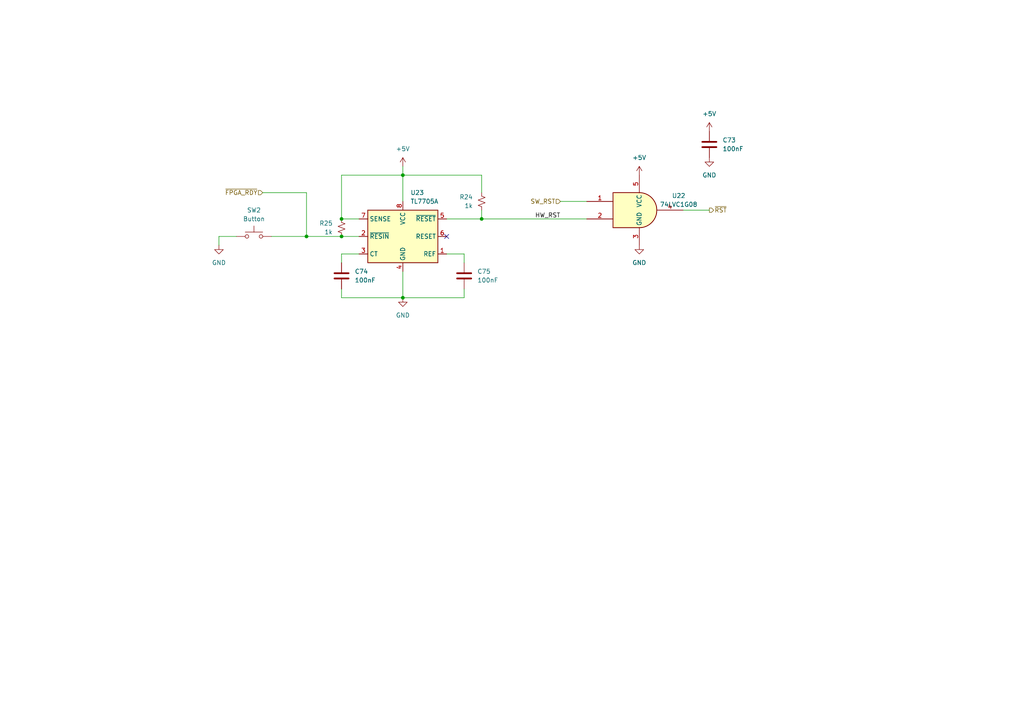
<source format=kicad_sch>
(kicad_sch (version 20230121) (generator eeschema)
  (paper "A4")
  (lib_symbols
    (symbol "74xGxx:74LVC1G08"
      (property "Reference" "U" (at -5.08 7.62 0))
      (property "Value" "74LVC1G08" (at 7.62 -7.62 0))
      (symbol "74LVC1G08_0_1"
        (arc (start 0 -5.08) (mid 5.0579 0) (end 0 5.08) (stroke (width 0.254)) (fill (type background)))
        (polyline (pts (xy 0 -5.08) (xy -7.62 -5.08) (xy -7.62 5.08) (xy 0 5.08)) (stroke (width 0.254)) (fill (type background)))
      )
      (symbol "74LVC1G08_1_1"
        (pin input line (at -15.24 2.54 0) (length 7.62) (name "~") (number "1"))
        (pin input line (at -15.24 -2.54 0) (length 7.62) (name "~") (number "2"))
        (pin power_in line (at 0 -10.16 90) (length 5.08) (name "GND") (number "3"))
        (pin output line (at 12.7 0 180) (length 7.62) (name "~") (number "4"))
        (pin power_in line (at 0 10.16 270) (length 5.08) (name "VCC") (number "5"))
      )
    )
    (symbol "Device:C" (pin_numbers hide) (pin_names (offset 0.254))
      (property "Reference" "C" (at 0.635 2.54 0))
      (property "Value" "C" (at 0.635 -2.54 0))
      (symbol "C_0_1"
        (polyline (pts (xy -2.032 -0.762) (xy 2.032 -0.762)) (stroke (width 0.508)))
        (polyline (pts (xy -2.032 0.762) (xy 2.032 0.762)) (stroke (width 0.508)))
      )
      (symbol "C_1_1"
        (pin passive line (at 0 3.81 270) (length 2.794) (name "~") (number "1"))
        (pin passive line (at 0 -3.81 90) (length 2.794) (name "~") (number "2"))
      )
    )
    (symbol "Device:R_Small_US" (pin_numbers hide) (pin_names (offset 0.254) hide)
      (property "Reference" "R" (at 0.762 0.508 0))
      (property "Value" "R_Small_US" (at 0.762 -1.016 0))
      (symbol "R_Small_US_1_1"
        (polyline (pts (xy 0 0) (xy 1.016 -0.381) (xy 0 -0.762) (xy -1.016 -1.143) (xy 0 -1.524)))
        (polyline (pts (xy 0 1.524) (xy 1.016 1.143) (xy 0 0.762) (xy -1.016 0.381) (xy 0 0)))
        (pin passive line (at 0 2.54 270) (length 1.016) (name "~") (number "1"))
        (pin passive line (at 0 -2.54 90) (length 1.016) (name "~") (number "2"))
      )
    )
    (symbol "Power_Supervisor:TL7705A"
      (property "Reference" "U" (at -8.89 8.89 0))
      (property "Value" "TL7705A" (at 10.16 8.89 0))
      (symbol "TL7705A_0_1"
        (rectangle (start -10.16 7.62) (end 10.16 -7.62) (stroke (width 0.254)) (fill (type background)))
      )
      (symbol "TL7705A_1_1"
        (pin output line (at 12.7 -5.08 180) (length 2.54) (name "REF") (number "1"))
        (pin input line (at -12.7 0 0) (length 2.54) (name "~{RESIN}") (number "2"))
        (pin passive line (at -12.7 -5.08 0) (length 2.54) (name "CT") (number "3"))
        (pin power_in line (at 0 -10.16 90) (length 2.54) (name "GND") (number "4"))
        (pin open_collector line (at 12.7 5.08 180) (length 2.54) (name "~{RESET}") (number "5"))
        (pin open_collector line (at 12.7 0 180) (length 2.54) (name "RESET") (number "6"))
        (pin input line (at -12.7 5.08 0) (length 2.54) (name "SENSE") (number "7"))
        (pin power_in line (at 0 10.16 270) (length 2.54) (name "VCC") (number "8"))
      )
    )
    (symbol "Switch:SW_Push" (pin_numbers hide) (pin_names (offset 1.016) hide)
      (property "Reference" "SW" (at 1.27 2.54 0))
      (property "Value" "SW_Push" (at 0 -1.524 0))
      (symbol "SW_Push_0_1"
        (circle (center -2.032 0) (radius 0.508))
        (polyline (pts (xy 0 1.27) (xy 0 3.048)))
        (polyline (pts (xy 2.54 1.27) (xy -2.54 1.27)))
        (circle (center 2.032 0) (radius 0.508))
        (pin passive line (at -5.08 0 0) (length 2.54) (name "1") (number "1"))
        (pin passive line (at 5.08 0 180) (length 2.54) (name "2") (number "2"))
      )
    )
    (symbol "power:+5V" (power) (pin_names (offset 0))
      (property "Value" "+5V" (at 0 3.556 0))
      (symbol "+5V_0_1"
        (polyline (pts (xy -0.762 1.27) (xy 0 2.54)))
        (polyline (pts (xy 0 0) (xy 0 2.54)))
        (polyline (pts (xy 0 2.54) (xy 0.762 1.27)))
      )
      (symbol "+5V_1_1"
        (pin power_in line (at 0 0 90) (length 0) hide (name "+5V") (number "1"))
      )
    )
    (symbol "power:GND" (power) (pin_names (offset 0))
      (property "Value" "GND" (at 0 -3.81 0))
      (symbol "GND_0_1"
        (polyline (pts (xy 0 0) (xy 0 -1.27) (xy 1.27 -1.27) (xy 0 -2.54) (xy -1.27 -1.27) (xy 0 -1.27)))
      )
      (symbol "GND_1_1"
        (pin power_in line (at 0 0 270) (length 0) hide (name "GND") (number "1"))
      )
    )
  )
  (junction (at 99.06 68.58))
  (junction (at 116.84 50.8))
  (junction (at 116.84 86.36))
  (junction (at 88.9 68.58))
  (junction (at 99.06 63.5))
  (junction (at 139.7 63.5))
  (no_connect (at 129.54 68.58))
  (wire (pts (xy 116.84 48.26) (xy 116.84 50.8)))
  (wire (pts (xy 99.06 63.5) (xy 104.14 63.5)))
  (wire (pts (xy 88.9 68.58) (xy 99.06 68.58)))
  (wire (pts (xy 78.74 68.58) (xy 88.9 68.58)))
  (wire (pts (xy 99.06 50.8) (xy 99.06 63.5)))
  (wire (pts (xy 116.84 50.8) (xy 99.06 50.8)))
  (wire (pts (xy 76.2 55.88) (xy 88.9 55.88)))
  (wire (pts (xy 134.62 73.66) (xy 129.54 73.66)))
  (wire (pts (xy 99.06 76.2) (xy 99.06 73.66)))
  (wire (pts (xy 139.7 50.8) (xy 139.7 55.88)))
  (wire (pts (xy 116.84 50.8) (xy 116.84 58.42)))
  (wire (pts (xy 139.7 63.5) (xy 170.18 63.5)))
  (wire (pts (xy 139.7 60.96) (xy 139.7 63.5)))
  (wire (pts (xy 134.62 76.2) (xy 134.62 73.66)))
  (wire (pts (xy 116.84 78.74) (xy 116.84 86.36)))
  (wire (pts (xy 116.84 50.8) (xy 139.7 50.8)))
  (wire (pts (xy 63.5 68.58) (xy 68.58 68.58)))
  (wire (pts (xy 198.12 60.96) (xy 205.74 60.96)))
  (wire (pts (xy 162.56 58.42) (xy 170.18 58.42)))
  (wire (pts (xy 116.84 86.36) (xy 134.62 86.36)))
  (wire (pts (xy 99.06 68.58) (xy 104.14 68.58)))
  (wire (pts (xy 99.06 86.36) (xy 99.06 83.82)))
  (wire (pts (xy 88.9 55.88) (xy 88.9 68.58)))
  (wire (pts (xy 99.06 73.66) (xy 104.14 73.66)))
  (wire (pts (xy 129.54 63.5) (xy 139.7 63.5)))
  (wire (pts (xy 134.62 86.36) (xy 134.62 83.82)))
  (wire (pts (xy 99.06 86.36) (xy 116.84 86.36)))
  (wire (pts (xy 63.5 71.12) (xy 63.5 68.58)))
  (label "HW_RST" (at 162.56 63.5 180))
  (hierarchical_label "~{RST}" (shape output) (at 205.74 60.96 0))
  (hierarchical_label "~{FPGA_RDY}" (shape input) (at 76.2 55.88 180))
  (hierarchical_label "SW_RST" (shape input) (at 162.56 58.42 180))
  (symbol (lib_id "Device:C") (at 134.62 80.01 0) (mirror y) (unit 1)
    (property "Reference" "C75" (at 138.43 78.74 0) (effects (justify right)))
    (property "Value" "100nF" (at 138.43 81.28 0) (effects (justify right)))
    (property "Footprint" "Capacitor_SMD:C_0603_1608Metric" (effects hide))
  )
  (symbol (lib_id "Power_Supervisor:TL7705A") (at 116.84 68.58 0) (unit 1)
    (property "Reference" "U23" (at 119.0341 55.88 0) (effects (justify left)))
    (property "Value" "TL7705A" (at 119.0341 58.42 0) (effects (justify left)))
    (property "Footprint" "Package_SO:SOIC-8_3.9x4.9mm_P1.27mm" (effects hide))
    (property "Datasheet" "http://www.ti.com.cn/cn/lit/ds/symlink/tl7705a.pdf" (effects hide))
  )
  (symbol (lib_id "power:GND") (at 205.74 45.72 0) (unit 1)
    (property "Reference" "#PWR0141" (effects hide))
    (property "Value" "GND" (at 205.74 50.8 0))
  )
  (symbol (lib_id "74xGxx:74LVC1G08") (at 185.42 60.96 0) (unit 1)
    (property "Reference" "U22" (at 196.85 56.7691 0))
    (property "Value" "74LVC1G08" (at 196.85 59.3091 0))
    (property "Footprint" "Package_TO_SOT_SMD:SOT-23-5" (effects hide))
    (property "Datasheet" "https://www.ti.com/lit/ds/symlink/sn74lvc1g08.pdf" (effects hide))
  )
  (symbol (lib_id "Device:R_Small_US") (at 139.7 58.42 0) (unit 1)
    (property "Reference" "R24" (at 137.16 57.15 0) (effects (justify right)))
    (property "Value" "1k" (at 137.16 59.69 0) (effects (justify right)))
    (property "Footprint" "Resistor_SMD:R_0603_1608Metric" (effects hide))
  )
  (symbol (lib_id "Device:C") (at 99.06 80.01 0) (mirror y) (unit 1)
    (property "Reference" "C74" (at 102.87 78.74 0) (effects (justify right)))
    (property "Value" "100nF" (at 102.87 81.28 0) (effects (justify right)))
    (property "Footprint" "Capacitor_SMD:C_0603_1608Metric" (effects hide))
  )
  (symbol (lib_id "power:+5V") (at 185.42 50.8 0) (unit 1)
    (property "Reference" "#PWR0138" (effects hide))
    (property "Value" "+5V" (at 185.42 45.72 0))
  )
  (symbol (lib_id "power:GND") (at 63.5 71.12 0) (unit 1)
    (property "Reference" "#PWR0136" (effects hide))
    (property "Value" "GND" (at 63.5 76.2 0))
  )
  (symbol (lib_id "Switch:SW_Push") (at 73.66 68.58 0) (unit 1)
    (property "Reference" "SW2" (at 73.66 60.96 0))
    (property "Value" "Button" (at 73.66 63.5 0))
    (property "Footprint" "Button_Switch_THT:SW_PUSH_6mm" (effects hide))
  )
  (symbol (lib_id "power:GND") (at 116.84 86.36 0) (unit 1)
    (property "Reference" "#PWR0137" (effects hide))
    (property "Value" "GND" (at 116.84 91.44 0))
  )
  (symbol (lib_id "Device:C") (at 205.74 41.91 0) (mirror y) (unit 1)
    (property "Reference" "C73" (at 209.55 40.64 0) (effects (justify right)))
    (property "Value" "100nF" (at 209.55 43.18 0) (effects (justify right)))
    (property "Footprint" "Capacitor_SMD:C_0603_1608Metric" (effects hide))
  )
  (symbol (lib_id "power:GND") (at 185.42 71.12 0) (unit 1)
    (property "Reference" "#PWR0139" (effects hide))
    (property "Value" "GND" (at 185.42 76.2 0))
  )
  (symbol (lib_id "Device:R_Small_US") (at 99.06 66.04 0) (unit 1)
    (property "Reference" "R25" (at 96.52 64.77 0) (effects (justify right)))
    (property "Value" "1k" (at 96.52 67.31 0) (effects (justify right)))
    (property "Footprint" "Resistor_SMD:R_0603_1608Metric" (effects hide))
  )
  (symbol (lib_id "power:+5V") (at 205.74 38.1 0) (unit 1)
    (property "Reference" "#PWR0140" (effects hide))
    (property "Value" "+5V" (at 205.74 33.02 0))
  )
  (symbol (lib_id "power:+5V") (at 116.84 48.26 0) (unit 1)
    (property "Reference" "#PWR056" (effects hide))
    (property "Value" "+5V" (at 116.84 43.18 0))
  )
)
</source>
